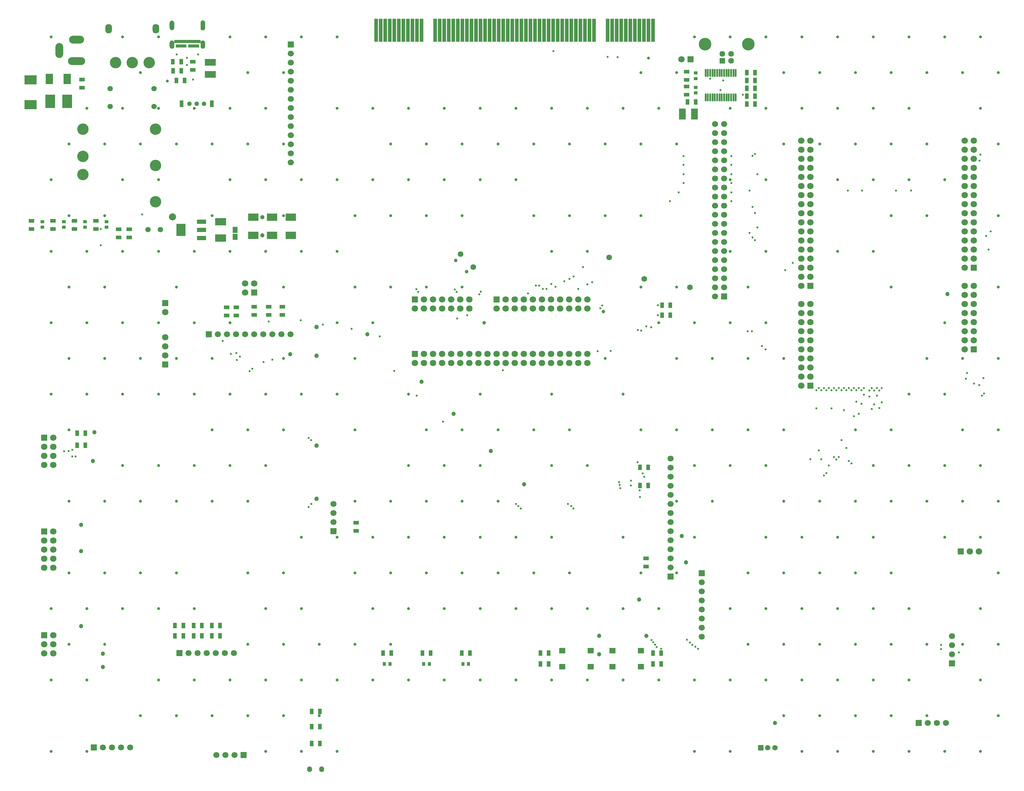
<source format=gts>
G04*
G04 #@! TF.GenerationSoftware,Altium Limited,Altium Designer,22.8.2 (66)*
G04*
G04 Layer_Color=8388736*
%FSLAX24Y24*%
%MOIN*%
G70*
G04*
G04 #@! TF.SameCoordinates,FCF4E63D-A0A2-41F3-A72A-ECFD8513773E*
G04*
G04*
G04 #@! TF.FilePolarity,Negative*
G04*
G01*
G75*
%ADD21R,0.0592X0.0434*%
%ADD22R,0.0395X0.0375*%
%ADD23O,0.0218X0.0907*%
%ADD24R,0.0434X0.0592*%
%ADD25R,0.0438X0.2529*%
%ADD26R,0.0375X0.0395*%
%ADD27R,0.0690X0.0592*%
%ADD28R,0.1064X0.1497*%
%ADD29R,0.1182X0.0832*%
%ADD30R,0.0832X0.1182*%
%ADD31R,0.0769X0.1222*%
%ADD32R,0.0552X0.0710*%
%ADD33R,0.1222X0.0808*%
%ADD34R,0.1222X0.0769*%
%ADD35R,0.1379X0.1025*%
%ADD36R,0.1025X0.0474*%
%ADD37R,0.1025X0.1379*%
%ADD38R,0.0474X0.0356*%
%ADD39R,0.0198X0.0356*%
%ADD40C,0.0669*%
%ADD41R,0.0669X0.0669*%
%ADD42C,0.0710*%
%ADD43R,0.0710X0.0710*%
%ADD44R,0.0710X0.0710*%
%ADD45C,0.0592*%
%ADD46R,0.0592X0.0592*%
%ADD47R,0.0669X0.0669*%
G04:AMPARAMS|DCode=48|XSize=102.5mil|YSize=71mil|CornerRadius=29.2mil|HoleSize=0mil|Usage=FLASHONLY|Rotation=270.000|XOffset=0mil|YOffset=0mil|HoleType=Round|Shape=RoundedRectangle|*
%AMROUNDEDRECTD48*
21,1,0.1025,0.0126,0,0,270.0*
21,1,0.0441,0.0710,0,0,270.0*
1,1,0.0584,-0.0063,-0.0220*
1,1,0.0584,-0.0063,0.0220*
1,1,0.0584,0.0063,0.0220*
1,1,0.0584,0.0063,-0.0220*
%
%ADD48ROUNDEDRECTD48*%
%ADD49C,0.1261*%
%ADD50R,0.0433X0.0748*%
%ADD51C,0.0512*%
%ADD52O,0.0551X0.0630*%
%ADD53R,0.0634X0.0634*%
%ADD54C,0.0634*%
%ADD55C,0.1386*%
%ADD56O,0.1891X0.0867*%
%ADD57O,0.1655X0.0867*%
%ADD58O,0.0867X0.1655*%
%ADD59C,0.0316*%
%ADD60C,0.0236*%
%ADD61C,0.0630*%
%ADD62C,0.0500*%
%ADD63C,0.0472*%
%ADD64C,0.0394*%
%ADD65C,0.0315*%
%ADD66C,0.0787*%
G36*
X17223Y81386D02*
X17209Y81387D01*
X17196Y81389D01*
X17183Y81391D01*
X17170Y81394D01*
X17157Y81398D01*
X17144Y81403D01*
X17132Y81408D01*
X17120Y81414D01*
X17108Y81420D01*
X17097Y81427D01*
X17086Y81435D01*
X17075Y81443D01*
X17065Y81452D01*
X17055Y81461D01*
X17046Y81470D01*
X17037Y81481D01*
X17029Y81491D01*
X17022Y81502D01*
X17015Y81514D01*
X17008Y81526D01*
X17002Y81538D01*
X16997Y81550D01*
X16993Y81563D01*
X16989Y81576D01*
X16986Y81589D01*
X16983Y81602D01*
X16982Y81615D01*
X16981Y81628D01*
X16980Y81642D01*
Y82035D01*
X16981Y82049D01*
X16982Y82062D01*
X16983Y82076D01*
X16986Y82089D01*
X16989Y82102D01*
X16993Y82115D01*
X16997Y82127D01*
X17002Y82139D01*
X17008Y82152D01*
X17015Y82163D01*
X17022Y82175D01*
X17029Y82186D01*
X17037Y82196D01*
X17046Y82207D01*
X17055Y82217D01*
X17065Y82226D01*
X17075Y82234D01*
X17086Y82243D01*
X17097Y82250D01*
X17108Y82257D01*
X17120Y82263D01*
X17132Y82269D01*
X17144Y82274D01*
X17157Y82279D01*
X17170Y82283D01*
X17183Y82286D01*
X17196Y82288D01*
X17209Y82290D01*
X17223Y82291D01*
X17236Y82291D01*
X17250Y82291D01*
X17263Y82290D01*
X17276Y82288D01*
X17289Y82286D01*
X17302Y82283D01*
X17315Y82279D01*
X17328Y82274D01*
X17340Y82269D01*
X17352Y82263D01*
X17364Y82257D01*
X17376Y82250D01*
X17387Y82243D01*
X17397Y82234D01*
X17407Y82226D01*
X17417Y82217D01*
X17426Y82207D01*
X17435Y82196D01*
X17443Y82186D01*
X17451Y82175D01*
X17458Y82163D01*
X17464Y82152D01*
X17470Y82139D01*
X17475Y82127D01*
X17480Y82115D01*
X17483Y82102D01*
X17487Y82089D01*
X17489Y82076D01*
X17491Y82062D01*
X17492Y82049D01*
X17492Y82035D01*
Y81642D01*
X17492Y81628D01*
X17491Y81615D01*
X17489Y81602D01*
X17487Y81589D01*
X17483Y81576D01*
X17480Y81563D01*
X17475Y81550D01*
X17470Y81538D01*
X17464Y81526D01*
X17458Y81514D01*
X17451Y81502D01*
X17443Y81491D01*
X17435Y81481D01*
X17426Y81470D01*
X17417Y81461D01*
X17407Y81452D01*
X17397Y81443D01*
X17387Y81435D01*
X17376Y81427D01*
X17364Y81420D01*
X17352Y81414D01*
X17340Y81408D01*
X17328Y81403D01*
X17315Y81398D01*
X17302Y81394D01*
X17289Y81391D01*
X17276Y81389D01*
X17263Y81387D01*
X17250Y81386D01*
X17236Y81386D01*
X17223Y81386D01*
D02*
G37*
G36*
Y83418D02*
X17209Y83420D01*
X17195Y83422D01*
X17182Y83425D01*
X17169Y83429D01*
X17155Y83433D01*
X17142Y83438D01*
X17130Y83444D01*
X17117Y83450D01*
X17105Y83457D01*
X17094Y83465D01*
X17082Y83474D01*
X17072Y83482D01*
X17061Y83492D01*
X17052Y83502D01*
X17043Y83512D01*
X17034Y83523D01*
X17026Y83534D01*
X17018Y83546D01*
X17011Y83558D01*
X17005Y83571D01*
X17000Y83583D01*
X16994Y83596D01*
X16991Y83610D01*
X16987Y83623D01*
X16984Y83637D01*
X16982Y83651D01*
X16981Y83665D01*
X16980Y83678D01*
Y83693D01*
Y84205D01*
Y84219D01*
X16981Y84233D01*
X16982Y84247D01*
X16984Y84261D01*
X16987Y84274D01*
X16991Y84288D01*
X16994Y84301D01*
X17000Y84314D01*
X17005Y84327D01*
X17011Y84339D01*
X17018Y84352D01*
X17026Y84363D01*
X17034Y84375D01*
X17043Y84385D01*
X17052Y84396D01*
X17061Y84406D01*
X17072Y84415D01*
X17082Y84424D01*
X17094Y84432D01*
X17105Y84440D01*
X17117Y84447D01*
X17130Y84454D01*
X17142Y84459D01*
X17155Y84465D01*
X17169Y84469D01*
X17182Y84472D01*
X17195Y84476D01*
X17209Y84478D01*
X17223Y84480D01*
X17236Y84480D01*
X17250Y84480D01*
X17263Y84478D01*
X17277Y84476D01*
X17291Y84472D01*
X17304Y84469D01*
X17317Y84465D01*
X17330Y84459D01*
X17343Y84454D01*
X17355Y84447D01*
X17367Y84440D01*
X17379Y84432D01*
X17390Y84424D01*
X17401Y84415D01*
X17411Y84406D01*
X17421Y84396D01*
X17430Y84385D01*
X17439Y84375D01*
X17447Y84363D01*
X17454Y84352D01*
X17461Y84339D01*
X17467Y84327D01*
X17473Y84314D01*
X17478Y84301D01*
X17482Y84288D01*
X17485Y84274D01*
X17488Y84261D01*
X17490Y84247D01*
X17492Y84233D01*
X17492Y84219D01*
Y84205D01*
Y83693D01*
Y83678D01*
X17492Y83665D01*
X17490Y83651D01*
X17488Y83637D01*
X17485Y83623D01*
X17482Y83610D01*
X17478Y83596D01*
X17473Y83583D01*
X17467Y83571D01*
X17461Y83558D01*
X17454Y83546D01*
X17447Y83534D01*
X17439Y83523D01*
X17430Y83512D01*
X17421Y83502D01*
X17411Y83492D01*
X17401Y83482D01*
X17390Y83474D01*
X17379Y83465D01*
X17367Y83457D01*
X17355Y83450D01*
X17343Y83444D01*
X17330Y83438D01*
X17317Y83433D01*
X17304Y83429D01*
X17291Y83425D01*
X17277Y83422D01*
X17263Y83420D01*
X17250Y83418D01*
X17236Y83417D01*
X17223Y83418D01*
D02*
G37*
G36*
X20624Y81386D02*
X20611Y81387D01*
X20598Y81389D01*
X20585Y81391D01*
X20572Y81394D01*
X20559Y81398D01*
X20546Y81403D01*
X20534Y81408D01*
X20522Y81414D01*
X20510Y81420D01*
X20498Y81427D01*
X20487Y81435D01*
X20477Y81443D01*
X20467Y81452D01*
X20457Y81461D01*
X20448Y81470D01*
X20439Y81481D01*
X20431Y81491D01*
X20423Y81502D01*
X20416Y81514D01*
X20410Y81526D01*
X20404Y81538D01*
X20399Y81550D01*
X20394Y81563D01*
X20391Y81576D01*
X20387Y81589D01*
X20385Y81602D01*
X20383Y81615D01*
X20382Y81628D01*
X20382Y81642D01*
Y82035D01*
X20382Y82049D01*
X20383Y82062D01*
X20385Y82076D01*
X20387Y82089D01*
X20391Y82102D01*
X20394Y82115D01*
X20399Y82127D01*
X20404Y82139D01*
X20410Y82152D01*
X20416Y82163D01*
X20423Y82175D01*
X20431Y82186D01*
X20439Y82196D01*
X20448Y82207D01*
X20457Y82217D01*
X20467Y82226D01*
X20477Y82234D01*
X20487Y82243D01*
X20498Y82250D01*
X20510Y82257D01*
X20522Y82263D01*
X20534Y82269D01*
X20546Y82274D01*
X20559Y82279D01*
X20572Y82283D01*
X20585Y82286D01*
X20598Y82288D01*
X20611Y82290D01*
X20624Y82291D01*
X20638Y82291D01*
X20652D01*
X20665Y82291D01*
X20678Y82290D01*
X20691Y82288D01*
X20703Y82285D01*
X20715Y82282D01*
X20728Y82278D01*
X20740Y82274D01*
X20752Y82268D01*
X20763Y82263D01*
X20774Y82256D01*
X20785Y82250D01*
X20796Y82242D01*
X20806Y82234D01*
X20816Y82225D01*
X20825Y82217D01*
X20833Y82207D01*
X20842Y82197D01*
X20849Y82187D01*
X20856Y82176D01*
X20863Y82165D01*
X20869Y82153D01*
X20874Y82141D01*
X20879Y82130D01*
X20883Y82117D01*
X20887Y82105D01*
X20889Y82092D01*
X20891Y82080D01*
X20893Y82067D01*
X20894Y82055D01*
Y81661D01*
Y81647D01*
X20893Y81633D01*
X20892Y81619D01*
X20890Y81606D01*
X20887Y81592D01*
X20883Y81578D01*
X20880Y81565D01*
X20874Y81552D01*
X20869Y81539D01*
X20863Y81527D01*
X20856Y81515D01*
X20848Y81503D01*
X20840Y81491D01*
X20831Y81481D01*
X20822Y81470D01*
X20813Y81460D01*
X20802Y81451D01*
X20792Y81442D01*
X20780Y81434D01*
X20769Y81426D01*
X20757Y81419D01*
X20744Y81413D01*
X20732Y81407D01*
X20719Y81402D01*
X20706Y81397D01*
X20692Y81394D01*
X20679Y81391D01*
X20665Y81388D01*
X20651Y81387D01*
X20638Y81386D01*
X20624Y81386D01*
D02*
G37*
G36*
Y83398D02*
X20611Y83400D01*
X20597Y83402D01*
X20583Y83406D01*
X20570Y83409D01*
X20557Y83413D01*
X20544Y83419D01*
X20531Y83424D01*
X20519Y83431D01*
X20507Y83438D01*
X20495Y83446D01*
X20484Y83454D01*
X20473Y83463D01*
X20463Y83472D01*
X20453Y83482D01*
X20444Y83493D01*
X20435Y83503D01*
X20427Y83515D01*
X20420Y83526D01*
X20413Y83539D01*
X20407Y83551D01*
X20401Y83564D01*
X20396Y83577D01*
X20392Y83590D01*
X20389Y83604D01*
X20386Y83617D01*
X20384Y83631D01*
X20382Y83645D01*
X20382Y83659D01*
Y83673D01*
Y84224D01*
Y84239D01*
X20382Y84253D01*
X20384Y84267D01*
X20386Y84280D01*
X20389Y84294D01*
X20392Y84307D01*
X20396Y84321D01*
X20401Y84334D01*
X20407Y84346D01*
X20413Y84359D01*
X20420Y84371D01*
X20427Y84383D01*
X20435Y84394D01*
X20444Y84405D01*
X20453Y84416D01*
X20463Y84426D01*
X20473Y84435D01*
X20484Y84444D01*
X20495Y84452D01*
X20507Y84460D01*
X20519Y84467D01*
X20531Y84473D01*
X20544Y84479D01*
X20557Y84484D01*
X20570Y84489D01*
X20583Y84492D01*
X20597Y84495D01*
X20611Y84498D01*
X20624Y84499D01*
X20638Y84500D01*
X20651Y84499D01*
X20665Y84498D01*
X20679Y84495D01*
X20692Y84492D01*
X20706Y84489D01*
X20719Y84484D01*
X20732Y84479D01*
X20744Y84473D01*
X20757Y84467D01*
X20769Y84460D01*
X20780Y84452D01*
X20792Y84444D01*
X20802Y84435D01*
X20813Y84426D01*
X20822Y84416D01*
X20831Y84405D01*
X20840Y84394D01*
X20848Y84383D01*
X20856Y84371D01*
X20863Y84359D01*
X20869Y84346D01*
X20874Y84334D01*
X20880Y84321D01*
X20883Y84307D01*
X20887Y84294D01*
X20890Y84280D01*
X20892Y84267D01*
X20893Y84253D01*
X20894Y84239D01*
Y84224D01*
Y83673D01*
Y83659D01*
X20893Y83645D01*
X20892Y83631D01*
X20890Y83617D01*
X20887Y83604D01*
X20883Y83590D01*
X20880Y83577D01*
X20874Y83564D01*
X20869Y83551D01*
X20863Y83539D01*
X20856Y83526D01*
X20848Y83515D01*
X20840Y83503D01*
X20831Y83493D01*
X20822Y83482D01*
X20813Y83472D01*
X20802Y83463D01*
X20792Y83454D01*
X20780Y83446D01*
X20769Y83438D01*
X20757Y83431D01*
X20744Y83424D01*
X20732Y83419D01*
X20719Y83413D01*
X20706Y83409D01*
X20692Y83406D01*
X20679Y83402D01*
X20665Y83400D01*
X20651Y83398D01*
X20638Y83398D01*
X20624Y83398D01*
D02*
G37*
D21*
X73937Y76319D02*
D03*
Y77224D02*
D03*
Y78839D02*
D03*
Y77933D02*
D03*
X29409Y52933D02*
D03*
Y52028D02*
D03*
X27913D02*
D03*
Y52933D02*
D03*
X11378Y60571D02*
D03*
Y61476D02*
D03*
X37520Y29154D02*
D03*
Y28248D02*
D03*
X69449Y25217D02*
D03*
Y24311D02*
D03*
X23268Y52894D02*
D03*
Y51988D02*
D03*
X26299Y52028D02*
D03*
Y52933D02*
D03*
X8858Y62421D02*
D03*
Y61516D02*
D03*
X6496Y62421D02*
D03*
Y61516D02*
D03*
X4134Y62421D02*
D03*
Y61516D02*
D03*
X1772Y62421D02*
D03*
Y61516D02*
D03*
X24331Y51988D02*
D03*
Y52894D02*
D03*
X19547Y79961D02*
D03*
Y79055D02*
D03*
X7323Y77067D02*
D03*
Y77972D02*
D03*
X12520Y61476D02*
D03*
Y60571D02*
D03*
D22*
X74921Y78091D02*
D03*
Y78701D02*
D03*
Y77126D02*
D03*
Y76516D02*
D03*
X10039Y61703D02*
D03*
Y62313D02*
D03*
X7677Y61703D02*
D03*
Y62313D02*
D03*
X5315D02*
D03*
Y61703D02*
D03*
X2953Y62313D02*
D03*
Y61703D02*
D03*
D23*
X78061Y76004D02*
D03*
X77805D02*
D03*
X78317D02*
D03*
X77293D02*
D03*
X77037D02*
D03*
X77549D02*
D03*
X79085D02*
D03*
X78829D02*
D03*
X79341D02*
D03*
X78573D02*
D03*
X76526D02*
D03*
X76782D02*
D03*
X76014D02*
D03*
X76270D02*
D03*
X77549Y78720D02*
D03*
X77293D02*
D03*
X77805D02*
D03*
X79085D02*
D03*
X78829D02*
D03*
X79341D02*
D03*
X78317D02*
D03*
X78061D02*
D03*
X78573D02*
D03*
X76014D02*
D03*
X76270D02*
D03*
X77037D02*
D03*
X76526D02*
D03*
X76782D02*
D03*
D24*
X6791Y39016D02*
D03*
X7697D02*
D03*
X69705Y33228D02*
D03*
X68799D02*
D03*
Y35236D02*
D03*
X69705D02*
D03*
X6791Y37677D02*
D03*
X7697D02*
D03*
X58720Y13583D02*
D03*
X57815D02*
D03*
X70217D02*
D03*
X71122D02*
D03*
X49154Y14764D02*
D03*
X50059D02*
D03*
X44823Y14764D02*
D03*
X45728D02*
D03*
X40492Y14764D02*
D03*
X41398D02*
D03*
X19626Y16693D02*
D03*
X20531D02*
D03*
X17579D02*
D03*
X18484D02*
D03*
X21634D02*
D03*
X22539D02*
D03*
X32618Y6693D02*
D03*
X33524D02*
D03*
X32618Y4803D02*
D03*
X33524D02*
D03*
X80571Y77008D02*
D03*
X81476D02*
D03*
X80571Y75276D02*
D03*
X81476D02*
D03*
X71240Y52008D02*
D03*
X72146D02*
D03*
X71240Y53110D02*
D03*
X72146D02*
D03*
X18268Y78937D02*
D03*
X17362D02*
D03*
X58720Y14764D02*
D03*
X57815D02*
D03*
X70217D02*
D03*
X71122D02*
D03*
X22539Y17795D02*
D03*
X21634D02*
D03*
X18484D02*
D03*
X17579D02*
D03*
X20531D02*
D03*
X19626D02*
D03*
X32618Y8346D02*
D03*
X33524D02*
D03*
X81476Y77874D02*
D03*
X80571D02*
D03*
X81476Y76142D02*
D03*
X80571D02*
D03*
X74941Y75512D02*
D03*
X74035D02*
D03*
X80571Y78740D02*
D03*
X81476D02*
D03*
X18248Y79961D02*
D03*
X17343D02*
D03*
X17736Y77874D02*
D03*
X18642D02*
D03*
D25*
X70232Y83421D02*
D03*
X69732D02*
D03*
X69232D02*
D03*
X68732D02*
D03*
X68232D02*
D03*
X67732D02*
D03*
X67232D02*
D03*
X66732D02*
D03*
X66232D02*
D03*
X65732D02*
D03*
X65232D02*
D03*
X63732D02*
D03*
X63232D02*
D03*
X62732D02*
D03*
X62232D02*
D03*
X61732D02*
D03*
X61232D02*
D03*
X60732D02*
D03*
X60232D02*
D03*
X59732D02*
D03*
X59232D02*
D03*
X58732D02*
D03*
X58232D02*
D03*
X57732D02*
D03*
X57232D02*
D03*
X56732D02*
D03*
X56232D02*
D03*
X55732D02*
D03*
X55232D02*
D03*
X54732D02*
D03*
X54232D02*
D03*
X53732D02*
D03*
X53232D02*
D03*
X52732D02*
D03*
X52232D02*
D03*
X51732D02*
D03*
X51232D02*
D03*
X50732D02*
D03*
X50232D02*
D03*
X49732D02*
D03*
X49232D02*
D03*
X48732D02*
D03*
X48232D02*
D03*
X47732D02*
D03*
X47232D02*
D03*
X46732D02*
D03*
X46232D02*
D03*
X44732D02*
D03*
X44232D02*
D03*
X43732D02*
D03*
X43232D02*
D03*
X42732D02*
D03*
X42232D02*
D03*
X41732D02*
D03*
X41232D02*
D03*
X40732D02*
D03*
X40232D02*
D03*
X39732D02*
D03*
D26*
X49911Y13583D02*
D03*
X49301D02*
D03*
X44970Y13583D02*
D03*
X45581D02*
D03*
X40640D02*
D03*
X41250D02*
D03*
D27*
X63376Y13287D02*
D03*
Y15059D02*
D03*
X60246Y13287D02*
D03*
Y15059D02*
D03*
X68888Y13287D02*
D03*
Y15059D02*
D03*
X65758Y13287D02*
D03*
Y15059D02*
D03*
D28*
X3839Y75591D02*
D03*
X5689D02*
D03*
D29*
X28248Y60827D02*
D03*
Y62795D02*
D03*
X30315Y60827D02*
D03*
Y62795D02*
D03*
X26181Y60827D02*
D03*
Y62795D02*
D03*
D30*
X3740Y78051D02*
D03*
X5709D02*
D03*
D31*
X74813Y74173D02*
D03*
X73455D02*
D03*
D32*
X24213Y61417D02*
D03*
Y60630D02*
D03*
D33*
X22598Y60512D02*
D03*
Y62323D02*
D03*
D34*
X21457Y79892D02*
D03*
Y78533D02*
D03*
D35*
X1673Y75207D02*
D03*
Y77943D02*
D03*
D36*
X20512Y60512D02*
D03*
Y61417D02*
D03*
Y62323D02*
D03*
D37*
X18228Y61417D02*
D03*
D38*
X20157Y82189D02*
D03*
X17717D02*
D03*
D39*
X19823D02*
D03*
X19626D02*
D03*
X19429D02*
D03*
X19232D02*
D03*
X19035D02*
D03*
X18839D02*
D03*
X18642D02*
D03*
X18445D02*
D03*
X18248D02*
D03*
X18051D02*
D03*
X17756Y81677D02*
D03*
X17953D02*
D03*
X18150D02*
D03*
X18346D02*
D03*
X18543D02*
D03*
X18740D02*
D03*
X19134D02*
D03*
X19331D02*
D03*
X19528D02*
D03*
X19724D02*
D03*
X19921D02*
D03*
X20118D02*
D03*
D40*
X12630Y4370D02*
D03*
X11630D02*
D03*
X9630D02*
D03*
X10630D02*
D03*
X77059Y54083D02*
D03*
Y55083D02*
D03*
Y56083D02*
D03*
Y57083D02*
D03*
Y58083D02*
D03*
Y59083D02*
D03*
Y60083D02*
D03*
Y61083D02*
D03*
Y62083D02*
D03*
Y63083D02*
D03*
Y64083D02*
D03*
Y65083D02*
D03*
Y66083D02*
D03*
Y67083D02*
D03*
Y68083D02*
D03*
Y69083D02*
D03*
Y70083D02*
D03*
Y71083D02*
D03*
Y72083D02*
D03*
Y73083D02*
D03*
X78059D02*
D03*
Y72083D02*
D03*
Y71083D02*
D03*
Y70083D02*
D03*
Y69083D02*
D03*
Y68083D02*
D03*
Y67083D02*
D03*
Y66083D02*
D03*
Y65083D02*
D03*
Y64083D02*
D03*
Y63083D02*
D03*
Y62083D02*
D03*
Y61083D02*
D03*
Y60083D02*
D03*
Y59083D02*
D03*
Y58083D02*
D03*
Y57083D02*
D03*
Y56083D02*
D03*
Y55083D02*
D03*
X30315Y72835D02*
D03*
Y73835D02*
D03*
Y74835D02*
D03*
Y75835D02*
D03*
Y76835D02*
D03*
Y77835D02*
D03*
Y78835D02*
D03*
Y80835D02*
D03*
Y79835D02*
D03*
Y71835D02*
D03*
Y70835D02*
D03*
Y69835D02*
D03*
Y68835D02*
D03*
X35039Y31224D02*
D03*
Y30224D02*
D03*
Y29224D02*
D03*
X72165Y32224D02*
D03*
Y31224D02*
D03*
Y30224D02*
D03*
Y29224D02*
D03*
Y28224D02*
D03*
Y27224D02*
D03*
Y26224D02*
D03*
Y24224D02*
D03*
Y25224D02*
D03*
Y33224D02*
D03*
Y34224D02*
D03*
Y35224D02*
D03*
Y36224D02*
D03*
X103150Y16657D02*
D03*
Y15657D02*
D03*
Y14657D02*
D03*
X102484Y7087D02*
D03*
X101484D02*
D03*
X100484D02*
D03*
X22122Y3543D02*
D03*
X23122D02*
D03*
X24122D02*
D03*
X75591Y18579D02*
D03*
Y19579D02*
D03*
Y20579D02*
D03*
Y22579D02*
D03*
Y21579D02*
D03*
Y17579D02*
D03*
Y16579D02*
D03*
X20063Y14764D02*
D03*
X19063D02*
D03*
X21063D02*
D03*
X22063D02*
D03*
X23063D02*
D03*
X24063D02*
D03*
X23300Y49900D02*
D03*
X22300D02*
D03*
X24300D02*
D03*
X25300D02*
D03*
X26300D02*
D03*
X27300D02*
D03*
X28300D02*
D03*
X29300D02*
D03*
X30300D02*
D03*
D41*
X8630Y4370D02*
D03*
X78059Y54083D02*
D03*
X99484Y7087D02*
D03*
X25122Y3543D02*
D03*
X18063Y14764D02*
D03*
X21300Y49900D02*
D03*
D42*
X3150Y25181D02*
D03*
X4150D02*
D03*
Y28181D02*
D03*
Y27181D02*
D03*
X3150D02*
D03*
X4150Y26181D02*
D03*
X3150D02*
D03*
Y24181D02*
D03*
X4150D02*
D03*
Y35508D02*
D03*
X3150D02*
D03*
Y37508D02*
D03*
Y36508D02*
D03*
X4150Y38508D02*
D03*
Y36508D02*
D03*
Y37508D02*
D03*
Y15748D02*
D03*
Y16748D02*
D03*
X3150Y15748D02*
D03*
Y14748D02*
D03*
X4150D02*
D03*
X63000Y52750D02*
D03*
Y53750D02*
D03*
X56000D02*
D03*
Y52750D02*
D03*
X53000D02*
D03*
X54000D02*
D03*
Y53750D02*
D03*
X55000Y52750D02*
D03*
Y53750D02*
D03*
X57000D02*
D03*
Y52750D02*
D03*
X58000Y53750D02*
D03*
Y52750D02*
D03*
X59000Y53750D02*
D03*
Y52750D02*
D03*
X60000Y53750D02*
D03*
Y52750D02*
D03*
X61000Y53750D02*
D03*
Y52750D02*
D03*
X62000Y53750D02*
D03*
Y52750D02*
D03*
X50000D02*
D03*
Y53750D02*
D03*
X49000Y52750D02*
D03*
Y53750D02*
D03*
X48000Y52750D02*
D03*
Y53750D02*
D03*
X46000D02*
D03*
Y52750D02*
D03*
X45000Y53750D02*
D03*
Y52750D02*
D03*
X44000D02*
D03*
X47000D02*
D03*
Y53750D02*
D03*
X104563Y48252D02*
D03*
X105563Y49252D02*
D03*
X104563D02*
D03*
X105563Y50252D02*
D03*
X104563D02*
D03*
X105563Y51252D02*
D03*
X104563D02*
D03*
X105563Y52252D02*
D03*
X104563D02*
D03*
X105563Y53252D02*
D03*
X104563D02*
D03*
X105563Y54252D02*
D03*
X104563D02*
D03*
X105563Y55252D02*
D03*
X104563D02*
D03*
Y57252D02*
D03*
X105563Y58252D02*
D03*
X104563D02*
D03*
X105563Y59252D02*
D03*
X104563D02*
D03*
X105563Y60252D02*
D03*
X104563D02*
D03*
X105563Y61252D02*
D03*
X104563D02*
D03*
X105563Y62252D02*
D03*
X104563D02*
D03*
X105563Y63252D02*
D03*
X104563D02*
D03*
X105563Y64252D02*
D03*
X104563D02*
D03*
X105563Y65252D02*
D03*
X104563D02*
D03*
X105563Y66252D02*
D03*
X104563D02*
D03*
X105563Y67252D02*
D03*
X104563D02*
D03*
X105563Y68252D02*
D03*
X104563D02*
D03*
X105563Y69252D02*
D03*
X104563D02*
D03*
X105563Y70252D02*
D03*
X104563D02*
D03*
X105563Y71252D02*
D03*
X104563D02*
D03*
X86563Y55252D02*
D03*
X87563Y56252D02*
D03*
X86563D02*
D03*
X87563Y57252D02*
D03*
X86563D02*
D03*
X87563Y58252D02*
D03*
X86563D02*
D03*
X87563Y59252D02*
D03*
X86563D02*
D03*
X87563Y60252D02*
D03*
X86563D02*
D03*
X87563Y61252D02*
D03*
X86563D02*
D03*
X87563Y62252D02*
D03*
X86563D02*
D03*
X87563Y63252D02*
D03*
X86563D02*
D03*
X87563Y64252D02*
D03*
X86563D02*
D03*
X87563Y65252D02*
D03*
X86563D02*
D03*
X87563Y66252D02*
D03*
X86563D02*
D03*
X87563Y67252D02*
D03*
X86563D02*
D03*
X87563Y68252D02*
D03*
X86563D02*
D03*
X87563Y69252D02*
D03*
X86563D02*
D03*
X87563Y70252D02*
D03*
X86563D02*
D03*
X87563Y71252D02*
D03*
X86563D02*
D03*
Y44252D02*
D03*
X87563Y45252D02*
D03*
X86563D02*
D03*
X87563Y46252D02*
D03*
X86563D02*
D03*
X87563Y47252D02*
D03*
X86563D02*
D03*
X87563Y48252D02*
D03*
X86563D02*
D03*
X87563Y49252D02*
D03*
X86563D02*
D03*
X87563Y50252D02*
D03*
X86563D02*
D03*
X87563Y51252D02*
D03*
X86563D02*
D03*
X87563Y52252D02*
D03*
X86563D02*
D03*
X87563Y53252D02*
D03*
X86563D02*
D03*
X63000Y46750D02*
D03*
Y47750D02*
D03*
X62000Y46750D02*
D03*
Y47750D02*
D03*
X61000Y46750D02*
D03*
Y47750D02*
D03*
X60000Y46750D02*
D03*
Y47750D02*
D03*
X59000Y46750D02*
D03*
Y47750D02*
D03*
X58000Y46750D02*
D03*
Y47750D02*
D03*
X57000Y46750D02*
D03*
Y47750D02*
D03*
X56000Y46750D02*
D03*
Y47750D02*
D03*
X55000Y46750D02*
D03*
Y47750D02*
D03*
X54000Y46750D02*
D03*
Y47750D02*
D03*
X53000Y46750D02*
D03*
Y47750D02*
D03*
X52000Y46750D02*
D03*
Y47750D02*
D03*
X51000Y46750D02*
D03*
Y47750D02*
D03*
X50000Y46750D02*
D03*
Y47750D02*
D03*
X49000Y46750D02*
D03*
Y47750D02*
D03*
X48000Y46750D02*
D03*
Y47750D02*
D03*
X46000D02*
D03*
Y46750D02*
D03*
X45000Y47750D02*
D03*
Y46750D02*
D03*
X44000D02*
D03*
X47000D02*
D03*
Y47750D02*
D03*
X16496Y52346D02*
D03*
X73358Y80197D02*
D03*
X105118Y25984D02*
D03*
X106118D02*
D03*
X26287Y55512D02*
D03*
X25287D02*
D03*
Y54512D02*
D03*
X16506Y47575D02*
D03*
Y48575D02*
D03*
Y49575D02*
D03*
D43*
X3150Y28181D02*
D03*
Y38508D02*
D03*
Y16748D02*
D03*
X105563Y48252D02*
D03*
Y57252D02*
D03*
X87563Y55252D02*
D03*
Y44252D02*
D03*
X74358Y80197D02*
D03*
X104118Y25984D02*
D03*
X26287Y54512D02*
D03*
D44*
X53000Y53750D02*
D03*
X44000D02*
D03*
Y47750D02*
D03*
X16496Y53346D02*
D03*
X16506Y46575D02*
D03*
D45*
X83661Y4331D02*
D03*
X82874D02*
D03*
X14587Y61457D02*
D03*
X15965D02*
D03*
X10433Y75000D02*
D03*
Y76968D02*
D03*
X15256Y75000D02*
D03*
Y76968D02*
D03*
D46*
X82087Y4331D02*
D03*
D47*
X30315Y81835D02*
D03*
X35039Y28224D02*
D03*
X72165Y23224D02*
D03*
X103150Y13657D02*
D03*
X75591Y23579D02*
D03*
D48*
X15472Y83593D02*
D03*
X10276D02*
D03*
D49*
X11024Y79843D02*
D03*
X14724D02*
D03*
X12874D02*
D03*
X15417Y64504D02*
D03*
Y68504D02*
D03*
X7417Y67504D02*
D03*
Y69504D02*
D03*
X15417Y72504D02*
D03*
X7417D02*
D03*
D50*
X21634Y75315D02*
D03*
X18287D02*
D03*
D51*
X20748D02*
D03*
X19961D02*
D03*
X19173D02*
D03*
D52*
X33740Y1969D02*
D03*
X32402D02*
D03*
D53*
X77854Y80039D02*
D03*
D54*
X78839D02*
D03*
Y80827D02*
D03*
X77854D02*
D03*
D55*
X80717Y81890D02*
D03*
X75976D02*
D03*
D56*
X6732Y80000D02*
D03*
D57*
Y82362D02*
D03*
D58*
X4843Y81181D02*
D03*
D59*
X106299Y82677D02*
D03*
X108268Y78740D02*
D03*
X106299Y74803D02*
D03*
X108268Y70866D02*
D03*
Y62992D02*
D03*
Y55118D02*
D03*
Y47244D02*
D03*
Y39370D02*
D03*
X106299Y35433D02*
D03*
X108268Y31496D02*
D03*
X106299Y27559D02*
D03*
X108268Y23622D02*
D03*
X106299Y19685D02*
D03*
X108268Y15748D02*
D03*
X106299Y11811D02*
D03*
X108268Y7874D02*
D03*
X106299Y3937D02*
D03*
X102362Y82677D02*
D03*
X104331Y78740D02*
D03*
X102362Y66929D02*
D03*
Y51181D02*
D03*
X104331Y47244D02*
D03*
X102362Y43307D02*
D03*
X104331Y39370D02*
D03*
X102362Y35433D02*
D03*
X104331Y31496D02*
D03*
X102362Y27559D02*
D03*
X104331Y15748D02*
D03*
X102362Y3937D02*
D03*
X98425Y82677D02*
D03*
X100394Y78740D02*
D03*
X98425Y74803D02*
D03*
X100394Y70866D02*
D03*
X98425Y66929D02*
D03*
X100394Y62992D02*
D03*
Y47244D02*
D03*
X98425Y43307D02*
D03*
Y35433D02*
D03*
X100394Y31496D02*
D03*
X98425Y19685D02*
D03*
X100394Y15748D02*
D03*
X98425Y11811D02*
D03*
X100394Y7874D02*
D03*
X98425Y3937D02*
D03*
X94488Y82677D02*
D03*
X96457Y78740D02*
D03*
X94488Y74803D02*
D03*
X96457Y70866D02*
D03*
X94488Y66929D02*
D03*
X96457Y62992D02*
D03*
X94488Y59055D02*
D03*
X96457Y55118D02*
D03*
Y39370D02*
D03*
X94488Y35433D02*
D03*
X96457Y31496D02*
D03*
X94488Y27559D02*
D03*
X96457Y23622D02*
D03*
X94488Y19685D02*
D03*
X96457Y15748D02*
D03*
X94488Y11811D02*
D03*
X96457Y7874D02*
D03*
X94488Y3937D02*
D03*
X90551Y82677D02*
D03*
X92520Y78740D02*
D03*
X90551Y74803D02*
D03*
X92520Y70866D02*
D03*
X90551Y66929D02*
D03*
Y59055D02*
D03*
X92520Y39370D02*
D03*
Y31496D02*
D03*
X90551Y27559D02*
D03*
X92520Y23622D02*
D03*
X90551Y19685D02*
D03*
X92520Y15748D02*
D03*
X90551Y11811D02*
D03*
X92520Y7874D02*
D03*
X90551Y3937D02*
D03*
X86614Y82677D02*
D03*
X88583Y78740D02*
D03*
X86614Y74803D02*
D03*
X88583Y70866D02*
D03*
Y31496D02*
D03*
X86614Y27559D02*
D03*
X88583Y23622D02*
D03*
X86614Y19685D02*
D03*
X88583Y15748D02*
D03*
X86614Y11811D02*
D03*
X88583Y7874D02*
D03*
X86614Y3937D02*
D03*
X82677Y82677D02*
D03*
X84646Y78740D02*
D03*
X82677Y74803D02*
D03*
X84646Y70866D02*
D03*
X82677Y66929D02*
D03*
Y59055D02*
D03*
Y51181D02*
D03*
X84646Y47244D02*
D03*
Y39370D02*
D03*
X82677Y35433D02*
D03*
X84646Y31496D02*
D03*
X82677Y27559D02*
D03*
X84646Y23622D02*
D03*
X82677Y19685D02*
D03*
X84646Y15748D02*
D03*
X82677Y11811D02*
D03*
X84646Y7874D02*
D03*
X78740Y82677D02*
D03*
Y74803D02*
D03*
Y66929D02*
D03*
Y59055D02*
D03*
X80709Y55118D02*
D03*
X78740Y51181D02*
D03*
X80709Y47244D02*
D03*
Y39370D02*
D03*
X78740Y35433D02*
D03*
X80709Y23622D02*
D03*
X78740Y19685D02*
D03*
X80709Y15748D02*
D03*
X78740Y11811D02*
D03*
Y3937D02*
D03*
X74803Y82677D02*
D03*
Y51181D02*
D03*
X76772Y47244D02*
D03*
Y39370D02*
D03*
X74803Y35433D02*
D03*
X76772Y31496D02*
D03*
X74803Y27559D02*
D03*
Y11811D02*
D03*
Y3937D02*
D03*
X72835Y78740D02*
D03*
X70866Y74803D02*
D03*
X72835Y70866D02*
D03*
Y55118D02*
D03*
X70866Y51181D02*
D03*
X72835Y47244D02*
D03*
Y39370D02*
D03*
Y31496D02*
D03*
Y23622D02*
D03*
X70866Y19685D02*
D03*
Y11811D02*
D03*
X68898Y78740D02*
D03*
X66929Y74803D02*
D03*
X68898Y70866D02*
D03*
Y62992D02*
D03*
Y55118D02*
D03*
X66929Y43307D02*
D03*
X68898Y39370D02*
D03*
X66929Y27559D02*
D03*
X68898Y23622D02*
D03*
X66929Y19685D02*
D03*
Y11811D02*
D03*
X62992Y74803D02*
D03*
X64961Y70866D02*
D03*
Y62992D02*
D03*
X62992Y59055D02*
D03*
X64961Y47244D02*
D03*
X62992Y35433D02*
D03*
Y19685D02*
D03*
Y11811D02*
D03*
X59055Y74803D02*
D03*
X61024Y70866D02*
D03*
Y62992D02*
D03*
X59055Y59055D02*
D03*
Y43307D02*
D03*
X61024Y39370D02*
D03*
X59055Y35433D02*
D03*
Y27559D02*
D03*
X61024Y23622D02*
D03*
X59055Y19685D02*
D03*
Y11811D02*
D03*
X55118Y74803D02*
D03*
X57087Y70866D02*
D03*
X55118Y66929D02*
D03*
X57087Y62992D02*
D03*
Y39370D02*
D03*
X55118Y27559D02*
D03*
X57087Y23622D02*
D03*
X55118Y19685D02*
D03*
Y11811D02*
D03*
X51181Y74803D02*
D03*
X53150Y70866D02*
D03*
X51181Y66929D02*
D03*
Y43307D02*
D03*
X53150Y39370D02*
D03*
X51181Y35433D02*
D03*
X53150Y31496D02*
D03*
X51181Y27559D02*
D03*
X53150Y23622D02*
D03*
X51181Y19685D02*
D03*
Y11811D02*
D03*
X47244Y74803D02*
D03*
X49213Y70866D02*
D03*
X47244Y66929D02*
D03*
X49213Y62992D02*
D03*
Y55118D02*
D03*
Y39370D02*
D03*
X47244Y35433D02*
D03*
X49213Y31496D02*
D03*
X47244Y27559D02*
D03*
X49213Y23622D02*
D03*
X47244Y19685D02*
D03*
Y11811D02*
D03*
X43307Y74803D02*
D03*
X45276Y70866D02*
D03*
X43307Y66929D02*
D03*
X45276Y62992D02*
D03*
Y55118D02*
D03*
X43307Y43307D02*
D03*
X45276Y39370D02*
D03*
X43307Y35433D02*
D03*
X45276Y31496D02*
D03*
X43307Y27559D02*
D03*
X45276Y23622D02*
D03*
X43307Y19685D02*
D03*
Y11811D02*
D03*
X39370Y74803D02*
D03*
X41339Y70866D02*
D03*
X39370Y66929D02*
D03*
X41339Y62992D02*
D03*
Y55118D02*
D03*
X39370Y51181D02*
D03*
X41339Y31496D02*
D03*
X39370Y27559D02*
D03*
X41339Y23622D02*
D03*
X39370Y19685D02*
D03*
X41339Y15748D02*
D03*
X39370Y11811D02*
D03*
X35433Y82677D02*
D03*
Y74803D02*
D03*
Y66929D02*
D03*
X37402Y62992D02*
D03*
X35433Y59055D02*
D03*
X37402Y55118D02*
D03*
X35433Y51181D02*
D03*
X37402Y47244D02*
D03*
X35433Y43307D02*
D03*
X37402Y39370D02*
D03*
Y31496D02*
D03*
X35433Y27559D02*
D03*
X37402Y23622D02*
D03*
Y15748D02*
D03*
X35433Y11811D02*
D03*
Y3937D02*
D03*
X31496Y82677D02*
D03*
Y66929D02*
D03*
Y59055D02*
D03*
Y43307D02*
D03*
Y27559D02*
D03*
Y19685D02*
D03*
X33465Y15748D02*
D03*
X31496Y11811D02*
D03*
X33465Y7874D02*
D03*
X31496Y3937D02*
D03*
X27559Y82677D02*
D03*
X29528Y78740D02*
D03*
X27559Y74803D02*
D03*
X29528Y70866D02*
D03*
X27559Y66929D02*
D03*
X29528Y62992D02*
D03*
X27559Y59055D02*
D03*
X29528Y55118D02*
D03*
Y47244D02*
D03*
X27559Y43307D02*
D03*
X29528Y39370D02*
D03*
X27559Y35433D02*
D03*
X29528Y23622D02*
D03*
X27559Y19685D02*
D03*
X29528Y15748D02*
D03*
X27559Y11811D02*
D03*
X29528Y7874D02*
D03*
X27559Y3937D02*
D03*
X23622Y82677D02*
D03*
X25591Y78740D02*
D03*
X23622Y74803D02*
D03*
X25591Y70866D02*
D03*
X23622Y66929D02*
D03*
Y59055D02*
D03*
Y51181D02*
D03*
Y43307D02*
D03*
X25591Y39370D02*
D03*
X23622Y35433D02*
D03*
X25591Y31496D02*
D03*
Y23622D02*
D03*
Y15748D02*
D03*
X23622Y11811D02*
D03*
X25591Y7874D02*
D03*
X19685Y74803D02*
D03*
X21654Y70866D02*
D03*
Y62992D02*
D03*
X19685Y59055D02*
D03*
Y51181D02*
D03*
X21654Y47244D02*
D03*
X19685Y43307D02*
D03*
X21654Y39370D02*
D03*
X19685Y35433D02*
D03*
X21654Y31496D02*
D03*
X19685Y19685D02*
D03*
Y11811D02*
D03*
X21654Y7874D02*
D03*
X15748Y82677D02*
D03*
Y74803D02*
D03*
X17717Y70866D02*
D03*
X15748Y66929D02*
D03*
Y59055D02*
D03*
X17717Y55118D02*
D03*
X15748Y51181D02*
D03*
X17717Y47244D02*
D03*
X15748Y43307D02*
D03*
Y35433D02*
D03*
X17717Y31496D02*
D03*
Y23622D02*
D03*
X15748Y19685D02*
D03*
Y11811D02*
D03*
X17717Y7874D02*
D03*
X11811Y82677D02*
D03*
X13780Y78740D02*
D03*
X11811Y74803D02*
D03*
X13780Y70866D02*
D03*
X11811Y66929D02*
D03*
Y59055D02*
D03*
Y51181D02*
D03*
X13780Y47244D02*
D03*
X11811Y43307D02*
D03*
Y35433D02*
D03*
X13780Y31496D02*
D03*
Y23622D02*
D03*
X11811Y19685D02*
D03*
X13780Y7874D02*
D03*
X7874Y74803D02*
D03*
X9843Y70866D02*
D03*
Y62992D02*
D03*
X7874Y59055D02*
D03*
X9843Y55118D02*
D03*
X7874Y51181D02*
D03*
X9843Y47244D02*
D03*
X7874Y43307D02*
D03*
X9843Y31496D02*
D03*
Y23622D02*
D03*
X7874Y19685D02*
D03*
X9843Y15748D02*
D03*
X7874Y11811D02*
D03*
Y3937D02*
D03*
X3937Y82677D02*
D03*
X5906Y70866D02*
D03*
X3937Y66929D02*
D03*
X5906Y62992D02*
D03*
X3937Y59055D02*
D03*
X5906Y55118D02*
D03*
X3937Y51181D02*
D03*
X5906Y47244D02*
D03*
X3937Y43307D02*
D03*
X5906Y39370D02*
D03*
Y31496D02*
D03*
Y23622D02*
D03*
X3937Y19685D02*
D03*
X5906Y15748D02*
D03*
X3937Y11811D02*
D03*
Y3937D02*
D03*
D60*
X94331Y41693D02*
D03*
X92638Y42480D02*
D03*
X92362Y40866D02*
D03*
X88228Y41732D02*
D03*
X85614Y57779D02*
D03*
X81732Y61693D02*
D03*
X81181Y60591D02*
D03*
X81457Y60276D02*
D03*
X84803Y56968D02*
D03*
X69252Y34213D02*
D03*
X89606Y35433D02*
D03*
Y43976D02*
D03*
X90433Y36102D02*
D03*
X87559Y36142D02*
D03*
X90157Y36378D02*
D03*
X90984Y43740D02*
D03*
Y38228D02*
D03*
X91535Y37362D02*
D03*
X88504Y37106D02*
D03*
X88780Y36142D02*
D03*
X90709Y36378D02*
D03*
X91811Y35945D02*
D03*
X91535Y43740D02*
D03*
X91260Y41535D02*
D03*
X93189Y42244D02*
D03*
X93465Y43228D02*
D03*
X95161Y41768D02*
D03*
X95433Y42402D02*
D03*
X94606Y42165D02*
D03*
X94055Y43032D02*
D03*
Y43701D02*
D03*
X95157D02*
D03*
X94606D02*
D03*
X94882Y43150D02*
D03*
X93465Y43976D02*
D03*
X93189Y43740D02*
D03*
X92913Y43976D02*
D03*
X95433D02*
D03*
X91693Y65748D02*
D03*
X94331Y43976D02*
D03*
X93268Y65748D02*
D03*
X94882Y43976D02*
D03*
X92087Y35669D02*
D03*
X89331Y34606D02*
D03*
X89055Y34331D02*
D03*
X105591Y44488D02*
D03*
X104685Y45000D02*
D03*
X104843Y45630D02*
D03*
X106177Y44295D02*
D03*
X107185Y59252D02*
D03*
X106929Y60748D02*
D03*
X107441Y61260D02*
D03*
X106697Y43382D02*
D03*
X106475Y43159D02*
D03*
X57681Y55272D02*
D03*
X57323Y55276D02*
D03*
X62992Y55413D02*
D03*
X62520Y57323D02*
D03*
X63543Y55630D02*
D03*
X62008Y54902D02*
D03*
X59488Y55157D02*
D03*
X59016Y55433D02*
D03*
X60472Y55748D02*
D03*
X61024Y56024D02*
D03*
X61496Y56280D02*
D03*
X68932Y50310D02*
D03*
X68568Y50379D02*
D03*
X69492Y50791D02*
D03*
X70039Y50669D02*
D03*
X64646Y53071D02*
D03*
X64423Y52781D02*
D03*
X48583Y54567D02*
D03*
X48386Y54843D02*
D03*
X44173Y54862D02*
D03*
X44353Y54584D02*
D03*
X48661Y51654D02*
D03*
X40118Y49685D02*
D03*
X68540Y35823D02*
D03*
X67795Y33248D02*
D03*
Y33780D02*
D03*
X68781Y31970D02*
D03*
X66496Y33622D02*
D03*
X66579Y33303D02*
D03*
X66618Y32949D02*
D03*
X32283Y30866D02*
D03*
X32598Y31220D02*
D03*
X32283Y38465D02*
D03*
X32579Y38228D02*
D03*
X74567Y15689D02*
D03*
X74291Y15945D02*
D03*
X74882Y15492D02*
D03*
X75197Y15236D02*
D03*
X70630Y15433D02*
D03*
X70472Y15709D02*
D03*
X70276Y15965D02*
D03*
X71142Y15236D02*
D03*
X70079Y16220D02*
D03*
X73976Y16240D02*
D03*
X5354Y37008D02*
D03*
X6260Y37185D02*
D03*
X28307Y47126D02*
D03*
X27323Y46850D02*
D03*
X23740Y47756D02*
D03*
X24315Y47850D02*
D03*
X18898Y79587D02*
D03*
X61220Y30984D02*
D03*
X61457Y30709D02*
D03*
X60866Y31220D02*
D03*
X55669Y30709D02*
D03*
X55118Y31220D02*
D03*
X55394Y30965D02*
D03*
X92913Y41142D02*
D03*
X89882Y41732D02*
D03*
X77953Y77874D02*
D03*
X76535Y78071D02*
D03*
X77677Y76811D02*
D03*
X81181Y69567D02*
D03*
X81457Y69764D02*
D03*
Y63268D02*
D03*
X81181Y63937D02*
D03*
X80118Y76299D02*
D03*
X5866Y37047D02*
D03*
X6260Y36457D02*
D03*
X6614D02*
D03*
X24409Y47094D02*
D03*
X24744Y47429D02*
D03*
X26102Y46110D02*
D03*
X25787Y45835D02*
D03*
X49764Y52008D02*
D03*
X65551Y48071D02*
D03*
X44213Y43150D02*
D03*
X81142Y50236D02*
D03*
X82638Y48228D02*
D03*
X80669Y50236D02*
D03*
X82244Y48622D02*
D03*
X51260Y54606D02*
D03*
X51094Y54323D02*
D03*
X78858Y64567D02*
D03*
X72087D02*
D03*
X78858Y65551D02*
D03*
X73071D02*
D03*
X58504Y54921D02*
D03*
X70748Y52008D02*
D03*
Y53110D02*
D03*
X58110Y54921D02*
D03*
X17756Y80748D02*
D03*
X56457Y54409D02*
D03*
X19567Y77992D02*
D03*
X106614Y45079D02*
D03*
X18898Y80394D02*
D03*
X9409Y59724D02*
D03*
X20118Y80748D02*
D03*
X9409Y61496D02*
D03*
X13976Y63110D02*
D03*
X101968Y15197D02*
D03*
X41732Y45866D02*
D03*
X37047Y50512D02*
D03*
X47087Y40276D02*
D03*
X27913Y51299D02*
D03*
X64134Y48032D02*
D03*
X53701Y45945D02*
D03*
X33858Y50984D02*
D03*
X31417Y51457D02*
D03*
X103937Y14843D02*
D03*
X101968Y15669D02*
D03*
X92638Y43740D02*
D03*
X92362Y43976D02*
D03*
X92087Y43740D02*
D03*
X89331D02*
D03*
X91811Y43976D02*
D03*
X73583Y66575D02*
D03*
X78858D02*
D03*
X73583Y67559D02*
D03*
X78858D02*
D03*
Y68583D02*
D03*
X73583D02*
D03*
X78858Y69528D02*
D03*
X73583D02*
D03*
X81732Y67559D02*
D03*
X98661Y65748D02*
D03*
X97008D02*
D03*
X59252Y81102D02*
D03*
X66339Y80433D02*
D03*
X65236Y80472D02*
D03*
X88504Y43976D02*
D03*
X90433Y43740D02*
D03*
X90709Y43976D02*
D03*
X91260D02*
D03*
X90157D02*
D03*
X89882Y43740D02*
D03*
X88780D02*
D03*
X89055Y43976D02*
D03*
X88228Y43740D02*
D03*
X106299Y69724D02*
D03*
X106181Y69055D02*
D03*
X68780Y32717D02*
D03*
X69094Y34567D02*
D03*
X22835Y49173D02*
D03*
X80866Y65748D02*
D03*
Y61063D02*
D03*
D61*
X65394Y58386D02*
D03*
X74309Y55083D02*
D03*
X49016Y58740D02*
D03*
X69252Y56024D02*
D03*
X50433Y57323D02*
D03*
D62*
X33150Y31772D02*
D03*
Y47559D02*
D03*
Y50709D02*
D03*
Y37638D02*
D03*
D63*
X9646Y14724D02*
D03*
Y13228D02*
D03*
X7244Y17756D02*
D03*
Y28898D02*
D03*
Y26024D02*
D03*
X8701Y39102D02*
D03*
X30276Y47717D02*
D03*
X8543Y35945D02*
D03*
X102677Y54331D02*
D03*
X27205Y62795D02*
D03*
Y60827D02*
D03*
X69510Y16693D02*
D03*
X64291D02*
D03*
X83661Y7087D02*
D03*
X48268Y41142D02*
D03*
X44724Y44685D02*
D03*
X38761Y49900D02*
D03*
X52362Y37047D02*
D03*
X68701Y20669D02*
D03*
X56024Y33386D02*
D03*
X73386Y27677D02*
D03*
X73858Y24764D02*
D03*
X64291Y14646D02*
D03*
D64*
X51614Y51181D02*
D03*
X64764Y52402D02*
D03*
X48504Y58032D02*
D03*
X49685Y56811D02*
D03*
D65*
X16732Y77795D02*
D03*
X69724Y80354D02*
D03*
D66*
X17283Y62835D02*
D03*
M02*

</source>
